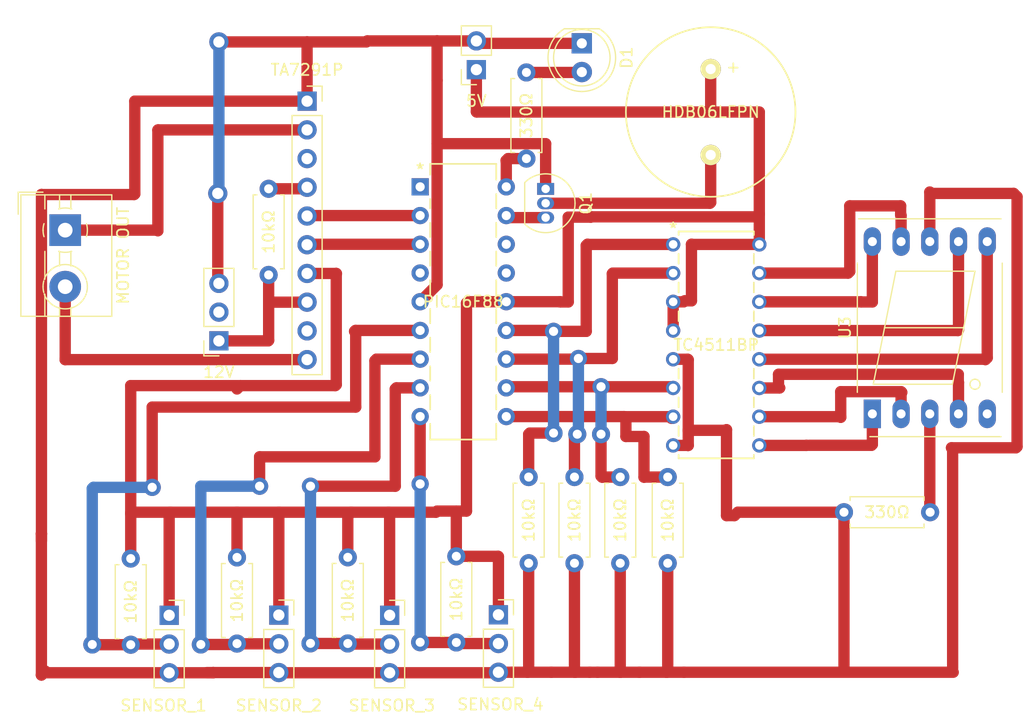
<source format=kicad_pcb>
(kicad_pcb (version 20240108) (generator "pcbnew") (generator_version "8.0")
  (layers (0 "F.Cu" signal) (31 "B.Cu" signal) (34 "B.Paste" user) (35 "F.Paste" user) (36 "B.SilkS" user "B.Silkscreen") (37 "F.SilkS" user "F.Silkscreen") (38 "B.Mask" user) (39 "F.Mask" user) (44 "Edge.Cuts" user))
  (net 0 "")
  (net 1 "5V")
  (net 2 "GND")
  (net 3 "12V")
  (net 5 "Net-(U2-ResistanceV)")
  (net 8 "Net-(D1-A)")
  (net 10 "in_D")
  (net 11 "in_A")
  (net 14 "F")
  (net 15 "G")
  (net 16 "C")
  (net 17 "sensor4")
  (net 18 "OUT1")
  (net 19 "OUT2")
  (net 20 "LED_OUT")
  (net 21 "sensor1")
  (net 23 "sensor2")
  (net 24 "sensor3")
  (net 25 "B")
  (net 26 "in_C")
  (net 27 "A")
  (net 28 "D")
  (net 29 "E")
  (net 30 "in_B")
  (net 31 "Net-(J7-Pin_1)")
  (net 32 "buzz_in")
  (net 33 "DP")
  (net 34 "Net-(U1-C1OUT{slash}Vref+{slash}AN3{slash}RA3)")
  (net 35 "Net-(R5-Pad2)")
  (net 36 "Net-(U1-C2OUT{slash}T0CKI{slash}AN4{slash}RA4)")
  (footprint "Package_TO_SOT_THT:TO-92_Inline" (layer "F.Cu") (at 96.1 95.1 -90)
    (property "Reference" "Q1" (at 1.27 -3.56 90) (layer "F.SilkS"))
    (property "Value" "2SC1815")
    (pad "1" thru_hole rect (at 0 0 270) (size 1.05 1.5) (drill 0.75) (layers "*.Cu" "*.Mask") (net 2 "GND"))
    (pad "2" thru_hole oval (at 1.27 0 270) (size 1.05 1.5) (drill 0.75) (layers "*.Cu" "*.Mask") (net 31 "Net-(J7-Pin_1)"))
    (pad "3" thru_hole oval (at 2.54 0 270) (size 1.05 1.5) (drill 0.75) (layers "*.Cu" "*.Mask") (net 32 "buzz_in"))
  )
  (footprint "" (layer "F.Cu") (at 101 116.8)
    (property "Reference" "" (at 0 0 0) (layer "F.SilkS") (effects (font (size 1.27 1.27))))
    (property "Value" "")
    (pad "2" thru_hole oval (at 0 0 90) (size 1.6 1.6) (drill 0.8) (layers "*.Cu" "*.Mask") (net 10 "in_D"))
  )
  (footprint "" (layer "F.Cu") (at 67.2 82.1)
    (property "Reference" "" (at 0 0 0) (layer "F.SilkS") (effects (font (size 1.27 1.27))))
    (property "Value" "")
    (pad "3" thru_hole oval (at 0 0 180) (size 1.7 1.7) (drill 1) (layers "*.Cu" "*.Mask") (net 2 "GND"))
  )
  (footprint "Display_7Segment:7SegmentLED_LTS6760_LTS6780" (layer "F.Cu") (at 125 115 90)
    (property "Reference" "U3" (at 7.62 -2.42 90) (layer "F.SilkS"))
    (property "Value" "SM420561N")
    (pad "1" thru_hole rect (at 0 0) (size 1.524 2.524) (drill 0.8) (layers "*.Cu" "*.Mask") (net 29 "E"))
    (pad "2" thru_hole oval (at 0 2.54) (size 1.524 2.524) (drill 0.8) (layers "*.Cu" "*.Mask") (net 28 "D"))
    (pad "3" thru_hole oval (at 0 5.08) (size 1.524 2.524) (drill 0.8) (layers "*.Cu" "*.Mask") (net 35 "Net-(R5-Pad2)"))
    (pad "4" thru_hole oval (at 0 7.62) (size 1.524 2.524) (drill 0.8) (layers "*.Cu" "*.Mask") (net 16 "C"))
    (pad "5" thru_hole oval (at 0 10.16) (size 1.524 2.524) (drill 0.8) (layers "*.Cu" "*.Mask") (net 33 "DP"))
    (pad "6" thru_hole oval (at 15.24 10.16) (size 1.524 2.524) (drill 0.8) (layers "*.Cu" "*.Mask") (net 25 "B"))
    (pad "7" thru_hole oval (at 15.24 7.62) (size 1.524 2.524) (drill 0.8) (layers "*.Cu" "*.Mask") (net 27 "A"))
    (pad "8" thru_hole oval (at 15.24 5.08) (size 1.524 2.524) (drill 0.8) (layers "*.Cu" "*.Mask") (net 2 "GND"))
    (pad "9" thru_hole oval (at 15.24 2.54) (size 1.524 2.524) (drill 0.8) (layers "*.Cu" "*.Mask") (net 14 "F"))
    (pad "10" thru_hole oval (at 15.24 0) (size 1.524 2.524) (drill 0.8) (layers "*.Cu" "*.Mask") (net 15 "G"))
  )
  (footprint "" (layer "F.Cu") (at 56 135.4)
    (property "Reference" "" (at 0 0 0) (layer "F.SilkS") (effects (font (size 1.27 1.27))))
    (property "Value" "")
    (pad "2" thru_hole oval (at 0 0 270) (size 1.6 1.6) (drill 0.8) (layers "*.Cu" "*.Mask") (net 17 "sensor4"))
  )
  (footprint "Resistor_THT:R_Axial_DIN0207_L6.3mm_D2.5mm_P7.62mm_Horizontal" (layer "F.Cu") (at 68.8 127.7 -90)
    (property "Reference" "R2" (hide yes))
    (property "Value" "10k")
    (pad "1" thru_hole circle (at 0 0 270) (size 1.6 1.6) (drill 0.8) (layers "*.Cu" "*.Mask") (net 1 "5V"))
    (pad "2" thru_hole oval (at 7.62 0 270) (size 1.6 1.6) (drill 0.8) (layers "*.Cu" "*.Mask") (net 21 "sensor1"))
  )
  (footprint "Connector_PinSocket_2.54mm:PinSocket_1x02_P2.54mm_Vertical" (layer "F.Cu") (at 89.975 84.55 180)
    (property "Reference" "5V" (at 0 -2.77 0) (layer "F.SilkS"))
    (property "Value" "5V in")
    (pad "1" thru_hole rect (at 0 0 180) (size 1.7 1.7) (drill 1) (layers "*.Cu" "*.Mask") (net 1 "5V"))
    (pad "2" thru_hole oval (at 0 2.54 180) (size 1.7 1.7) (drill 1) (layers "*.Cu" "*.Mask") (net 2 "GND"))
  )
  (footprint "Resistor_THT:R_Axial_DIN0207_L6.3mm_D2.5mm_P7.62mm_Horizontal" (layer "F.Cu") (at 98.65 128.21 90)
    (property "Reference" "R8" (hide yes))
    (property "Value" "10k")
    (pad "1" thru_hole circle (at 0 0 90) (size 1.6 1.6) (drill 0.8) (layers "*.Cu" "*.Mask") (net 2 "GND"))
    (pad "2" thru_hole oval (at 7.62 0 90) (size 1.6 1.6) (drill 0.8) (layers "*.Cu" "*.Mask") (net 26 "in_C"))
  )
  (footprint "Connector_PinSocket_2.54mm:PinSocket_1x03_P2.54mm_Vertical" (layer "F.Cu") (at 67.2 108.54 180)
    (property "Reference" "12V" (at 0 -2.77 0) (layer "F.SilkS"))
    (property "Value" "12V in")
    (pad "1" thru_hole rect (at 0 0 180) (size 1.7 1.7) (drill 1) (layers "*.Cu" "*.Mask") (net 3 "12V"))
    (pad "2" thru_hole oval (at 0 2.54 180) (size 1.7 1.7) (drill 1) (layers "*.Cu" "*.Mask"))
    (pad "3" thru_hole oval (at 0 5.08 180) (size 1.7 1.7) (drill 1) (layers "*.Cu" "*.Mask") (net 2 "GND"))
  )
  (footprint "PIC:PDIP18_300MC_MCH" (layer "F.Cu") (at 85 94.92)
    (property "Reference" "PIC16F88" (at 3.81 10.16 0) (layer "F.SilkS"))
    (property "Value" "PIC16F88-IP")
    (fp_text user "*" (at 0 -1.524 0) (layer "F.SilkS"))
    (fp_text user "*" (at 0 -1.524 0) (layer "F.SilkS"))
    (pad "1" thru_hole rect (at 0 0) (size 1.524 1.524) (drill 0.8128) (layers "*.Cu" "*.Mask"))
    (pad "2" thru_hole circle (at 0 2.54) (size 1.524 1.524) (drill 0.8128) (layers "*.Cu" "*.Mask") (net 34 "Net-(U1-C1OUT{slash}Vref+{slash}AN3{slash}RA3)"))
    (pad "3" thru_hole circle (at 0 5.08) (size 1.524 1.524) (drill 0.8128) (layers "*.Cu" "*.Mask") (net 36 "Net-(U1-C2OUT{slash}T0CKI{slash}AN4{slash}RA4)"))
    (pad "4" thru_hole circle (at 0 7.62) (size 1.524 1.524) (drill 0.8128) (layers "*.Cu" "*.Mask"))
    (pad "5" thru_hole circle (at 0 10.16) (size 1.524 1.524) (drill 0.8128) (layers "*.Cu" "*.Mask") (net 2 "GND"))
    (pad "6" thru_hole circle (at 0 12.7) (size 1.524 1.524) (drill 0.8128) (layers "*.Cu" "*.Mask") (net 17 "sensor4"))
    (pad "7" thru_hole circle (at 0 15.24) (size 1.524 1.524) (drill 0.8128) (layers "*.Cu" "*.Mask") (net 21 "sensor1"))
    (pad "8" thru_hole circle (at 0 17.78) (size 1.524 1.524) (drill 0.8128) (layers "*.Cu" "*.Mask") (net 23 "sensor2"))
    (pad "9" thru_hole circle (at 0 20.32) (size 1.524 1.524) (drill 0.8128) (layers "*.Cu" "*.Mask") (net 24 "sensor3"))
    (pad "10" thru_hole circle (at 7.62 20.32) (size 1.524 1.524) (drill 0.8128) (layers "*.Cu" "*.Mask") (net 11 "in_A"))
    (pad "11" thru_hole circle (at 7.62 17.78) (size 1.524 1.524) (drill 0.8128) (layers "*.Cu" "*.Mask") (net 10 "in_D"))
    (pad "12" thru_hole circle (at 7.62 15.24) (size 1.524 1.524) (drill 0.8128) (layers "*.Cu" "*.Mask") (net 26 "in_C"))
    (pad "13" thru_hole circle (at 7.62 12.7) (size 1.524 1.524) (drill 0.8128) (layers "*.Cu" "*.Mask") (net 30 "in_B"))
    (pad "14" thru_hole circle (at 7.62 10.16) (size 1.524 1.524) (drill 0.8128) (layers "*.Cu" "*.Mask") (net 1 "5V"))
    (pad "15" thru_hole circle (at 7.62 7.62) (size 1.524 1.524) (drill 0.8128) (layers "*.Cu" "*.Mask"))
    (pad "16" thru_hole circle (at 7.62 5.08) (size 1.524 1.524) (drill 0.8128) (layers "*.Cu" "*.Mask"))
    (pad "17" thru_hole circle (at 7.62 2.54) (size 1.524 1.524) (drill 0.8128) (layers "*.Cu" "*.Mask") (net 32 "buzz_in"))
    (pad "18" thru_hole circle (at 7.62 0) (size 1.524 1.524) (drill 0.8128) (layers "*.Cu" "*.Mask") (net 20 "LED_OUT"))
  )
  (footprint "" (layer "F.Cu") (at 99 110.1)
    (property "Reference" "" (at 0 0 0) (layer "F.SilkS") (effects (font (size 1.27 1.27))))
    (property "Value" "")
    (pad "12" thru_hole circle (at 0 0) (size 1.524 1.524) (drill 0.8128) (layers "*.Cu" "*.Mask") (net 26 "in_C"))
  )
  (footprint "Connector_PinSocket_2.54mm:PinSocket_1x03_P2.54mm_Vertical" (layer "F.Cu") (at 72.5 132.8)
    (property "Reference" "J2" (hide yes))
    (property "Value" "sensor1")
    (pad "1" thru_hole rect (at 0 0) (size 1.7 1.7) (drill 1) (layers "*.Cu" "*.Mask") (net 1 "5V"))
    (pad "2" thru_hole oval (at 0 2.54) (size 1.7 1.7) (drill 1) (layers "*.Cu" "*.Mask") (net 21 "sensor1"))
    (pad "3" thru_hole oval (at 0 5.08) (size 1.7 1.7) (drill 1) (layers "*.Cu" "*.Mask") (net 2 "GND"))
  )
  (footprint "Resistor_THT:R_Axial_DIN0207_L6.3mm_D2.5mm_P7.62mm_Horizontal" (layer "F.Cu") (at 71.6 95.09 -90)
    (property "Reference" "10kΩ" (at 3.81 0 90) (layer "F.SilkS"))
    (property "Value" "10k")
    (pad "1" thru_hole circle (at 0 0 270) (size 1.6 1.6) (drill 0.8) (layers "*.Cu" "*.Mask") (net 5 "Net-(U2-ResistanceV)"))
    (pad "2" thru_hole oval (at 7.62 0 270) (size 1.6 1.6) (drill 0.8) (layers "*.Cu" "*.Mask") (net 3 "12V"))
  )
  (footprint "Resistor_THT:R_Axial_DIN0207_L6.3mm_D2.5mm_P7.62mm_Horizontal" (layer "F.Cu") (at 106.9 128.21 90)
    (property "Reference" "R6" (hide yes))
    (property "Value" "10k")
    (pad "1" thru_hole circle (at 0 0 90) (size 1.6 1.6) (drill 0.8) (layers "*.Cu" "*.Mask") (net 2 "GND"))
    (pad "2" thru_hole oval (at 7.62 0 90) (size 1.6 1.6) (drill 0.8) (layers "*.Cu" "*.Mask") (net 11 "in_A"))
  )
  (footprint "michy:HDB06LFPN" (layer "F.Cu") (at 110.7 88.3)
    (property "Reference" "HDB06LFPN" (at 0 0 0) (layer "F.SilkS"))
    (property "Value" "Conn_01x02_Socket" (hide yes))
    (fp_text user "+" (at 2 -4 0) (layer "F.SilkS"))
    (pad "1" thru_hole circle (at 0 3.8) (size 1.8 1.8) (drill 0.9) (layers "*.Cu" "*.Mask" "F.SilkS") (net 31 "Net-(J7-Pin_1)"))
    (pad "2" thru_hole circle (at 0 -3.8) (size 1.8 1.8) (drill 0.9) (layers "*.Cu" "*.Mask" "F.SilkS") (net 1 "5V"))
  )
  (footprint "" (layer "F.Cu") (at 61.3 121.5)
    (property "Reference" "" (at 0 0 0) (layer "F.SilkS") (effects (font (size 1.27 1.27))))
    (property "Value" "")
    (pad "6" thru_hole circle (at 0 0) (size 1.524 1.524) (drill 0.8128) (layers "*.Cu" "*.Mask") (net 17 "sensor4"))
  )
  (footprint "" (layer "F.Cu") (at 85 121.2)
    (property "Reference" "" (at 0 0 0) (layer "F.SilkS") (effects (font (size 1.27 1.27))))
    (property "Value" "")
    (pad "9" thru_hole circle (at 0 0) (size 1.524 1.524) (drill 0.8128) (layers "*.Cu" "*.Mask") (net 24 "sensor3"))
  )
  (footprint "TC4511BP:DIP16" (layer "F.Cu") (at 107.38 100.01)
    (property "Reference" "TC4511BP" (at 3.81 8.89 0) (layer "F.SilkS"))
    (property "Value" "TC4511BP")
    (fp_text user "*" (at 0 -1.397 0) (layer "F.SilkS"))
    (fp_text user "*" (at 0 -1.397 0) (layer "F.SilkS"))
    (pad "1" thru_hole circle (at 0 0) (size 1.27 1.27) (drill 0.762) (layers "*.Cu" "*.Mask") (net 30 "in_B"))
    (pad "2" thru_hole circle (at 0 2.54) (size 1.27 1.27) (drill 0.762) (layers "*.Cu" "*.Mask") (net 26 "in_C"))
    (pad "3" thru_hole circle (at 0 5.08) (size 1.27 1.27) (drill 0.762) (layers "*.Cu" "*.Mask") (net 1 "5V"))
    (pad "4" thru_hole circle (at 0 7.62) (size 1.27 1.27) (drill 0.762) (layers "*.Cu" "*.Mask") (net 1 "5V"))
    (pad "5" thru_hole circle (at 0 10.16) (size 1.27 1.27) (drill 0.762) (layers "*.Cu" "*.Mask") (net 2 "GND"))
    (pad "6" thru_hole circle (at 0 12.7) (size 1.27 1.27) (drill 0.762) (layers "*.Cu" "*.Mask") (net 10 "in_D"))
    (pad "7" thru_hole circle (at 0 15.24) (size 1.27 1.27) (drill 0.762) (layers "*.Cu" "*.Mask") (net 11 "in_A"))
    (pad "8" thru_hole circle (at 0 17.78) (size 1.27 1.27) (drill 0.762) (layers "*.Cu" "*.Mask") (net 2 "GND"))
    (pad "9" thru_hole circle (at 7.62 17.78) (size 1.27 1.27) (drill 0.762) (layers "*.Cu" "*.Mask") (net 29 "E"))
    (pad "10" thru_hole circle (at 7.62 15.24) (size 1.27 1.27) (drill 0.762) (layers "*.Cu" "*.Mask") (net 28 "D"))
    (pad "11" thru_hole circle (at 7.62 12.7) (size 1.27 1.27) (drill 0.762) (layers "*.Cu" "*.Mask") (net 16 "C"))
    (pad "12" thru_hole circle (at 7.62 10.16) (size 1.27 1.27) (drill 0.762) (layers "*.Cu" "*.Mask") (net 25 "B"))
    (pad "13" thru_hole circle (at 7.62 7.62) (size 1.27 1.27) (drill 0.762) (layers "*.Cu" "*.Mask") (net 27 "A"))
    (pad "14" thru_hole circle (at 7.62 5.08) (size 1.27 1.27) (drill 0.762) (layers "*.Cu" "*.Mask") (net 15 "G"))
    (pad "15" thru_hole circle (at 7.62 2.54) (size 1.27 1.27) (drill 0.762) (layers "*.Cu" "*.Mask") (net 14 "F"))
    (pad "16" thru_hole circle (at 7.62 0) (size 1.27 1.27) (drill 0.762) (layers "*.Cu" "*.Mask") (net 1 "5V"))
  )
  (footprint "Resistor_THT:R_Axial_DIN0207_L6.3mm_D2.5mm_P7.62mm_Horizontal" (layer "F.Cu") (at 78.6 127.69 -90)
    (property "Reference" "R3" (hide yes))
    (property "Value" "10k")
    (pad "1" thru_hole circle (at 0 0 270) (size 1.6 1.6) (drill 0.8) (layers "*.Cu" "*.Mask") (net 1 "5V"))
    (pad "2" thru_hole oval (at 7.62 0 270) (size 1.6 1.6) (drill 0.8) (layers "*.Cu" "*.Mask") (net 23 "sensor2"))
  )
  (footprint "" (layer "F.Cu") (at 96.8 116.7)
    (property "Reference" "" (at 0 0 0) (layer "F.SilkS") (effects (font (size 1.27 1.27))))
    (property "Value" "")
    (pad "2" thru_hole oval (at 0 0 90) (size 1.6 1.6) (drill 0.8) (layers "*.Cu" "*.Mask") (net 30 "in_B"))
  )
  (footprint "" (layer "F.Cu") (at 70.8 121.4)
    (property "Reference" "" (at 0 0 0) (layer "F.SilkS") (effects (font (size 1.27 1.27))))
    (property "Value" "")
    (pad "7" thru_hole circle (at 0 0) (size 1.524 1.524) (drill 0.8128) (layers "*.Cu" "*.Mask") (net 21 "sensor1"))
  )
  (footprint "" (layer "F.Cu") (at 96.8 107.7)
    (property "Reference" "" (at 0 0 0) (layer "F.SilkS") (effects (font (size 1.27 1.27))))
    (property "Value" "")
    (pad "13" thru_hole circle (at 0 0) (size 1.524 1.524) (drill 0.8128) (layers "*.Cu" "*.Mask") (net 30 "in_B"))
  )
  (footprint "Connector_PinSocket_2.54mm:PinSocket_1x10_P2.54mm_Vertical" (layer "F.Cu") (at 75 87.34)
    (property "Reference" "TA7291P" (at 0 -2.77 0) (layer "F.SilkS"))
    (property "Value" "~" (hide yes))
    (pad "1" thru_hole rect (at 0 0) (size 1.7 1.7) (drill 1) (layers "*.Cu" "*.Mask") (net 2 "GND"))
    (pad "2" thru_hole oval (at 0 2.54) (size 1.7 1.7) (drill 1) (layers "*.Cu" "*.Mask") (net 18 "OUT1"))
    (pad "3" thru_hole oval (at 0 5.08) (size 1.7 1.7) (drill 1) (layers "*.Cu" "*.Mask"))
    (pad "4" thru_hole oval (at 0 7.62) (size 1.7 1.7) (drill 1) (layers "*.Cu" "*.Mask") (net 5 "Net-(U2-ResistanceV)"))
    (pad "5" thru_hole oval (at 0 10.16) (size 1.7 1.7) (drill 1) (layers "*.Cu" "*.Mask") (net 34 "Net-(U1-C1OUT{slash}Vref+{slash}AN3{slash}RA3)"))
    (pad "6" thru_hole oval (at 0 12.7) (size 1.7 1.7) (drill 1) (layers "*.Cu" "*.Mask") (net 36 "Net-(U1-C2OUT{slash}T0CKI{slash}AN4{slash}RA4)"))
    (pad "7" thru_hole oval (at 0 15.24) (size 1.7 1.7) (drill 1) (layers "*.Cu" "*.Mask") (net 1 "5V"))
    (pad "8" thru_hole oval (at 0 17.78) (size 1.7 1.7) (drill 1) (layers "*.Cu" "*.Mask") (net 3 "12V"))
    (pad "9" thru_hole oval (at 0 20.32) (size 1.7 1.7) (drill 1) (layers "*.Cu" "*.Mask"))
    (pad "10" thru_hole oval (at 0 22.86) (size 1.7 1.7) (drill 1) (layers "*.Cu" "*.Mask") (net 19 "OUT2"))
  )
  (footprint "Resistor_THT:R_Axial_DIN0207_L6.3mm_D2.5mm_P7.62mm_Horizontal" (layer "F.Cu") (at 102.7 128.21 90)
    (property "Reference" "R9" (hide yes))
    (property "Value" "10k")
    (pad "1" thru_hole circle (at 0 0 90) (size 1.6 1.6) (drill 0.8) (layers "*.Cu" "*.Mask") (net 2 "GND"))
    (pad "2" thru_hole oval (at 7.62 0 90) (size 1.6 1.6) (drill 0.8) (layers "*.Cu" "*.Mask") (net 10 "in_D"))
  )
  (footprint "" (layer "F.Cu") (at 85 135.2)
    (property "Reference" "" (at 0 0 0) (layer "F.SilkS") (effects (font (size 1.27 1.27))))
    (property "Value" "")
    (pad "2" thru_hole oval (at 0 0 270) (size 1.6 1.6) (drill 0.8) (layers "*.Cu" "*.Mask") (net 24 "sensor3"))
  )
  (footprint "Resistor_THT:R_Axial_DIN0207_L6.3mm_D2.5mm_P7.62mm_Horizontal" (layer "F.Cu") (at 88.2 127.6 -90)
    (property "Reference" "R4" (hide yes))
    (property "Value" "10k")
    (pad "1" thru_hole circle (at 0 0 270) (size 1.6 1.6) (drill 0.8) (layers "*.Cu" "*.Mask") (net 1 "5V"))
    (pad "2" thru_hole oval (at 7.62 0 270) (size 1.6 1.6) (drill 0.8) (layers "*.Cu" "*.Mask") (net 24 "sensor3"))
  )
  (footprint "Resistor_THT:R_Axial_DIN0207_L6.3mm_D2.5mm_P7.62mm_Horizontal" (layer "F.Cu") (at 59.4 127.8 -90)
    (property "Reference" "10kΩ" (at 3.81 0 90) (layer "F.SilkS"))
    (property "Value" "10k")
    (pad "1" thru_hole circle (at 0 0 270) (size 1.6 1.6) (drill 0.8) (layers "*.Cu" "*.Mask") (net 1 "5V"))
    (pad "2" thru_hole oval (at 7.62 0 270) (size 1.6 1.6) (drill 0.8) (layers "*.Cu" "*.Mask") (net 17 "sensor4"))
  )
  (footprint "Resistor_THT:R_Axial_DIN0207_L6.3mm_D2.5mm_P7.62mm_Horizontal" (layer "F.Cu") (at 94.6 128.21 90)
    (property "Reference" "10kΩ" (at 3.81 0 90) (layer "F.SilkS"))
    (property "Value" "10k")
    (pad "1" thru_hole circle (at 0 0 90) (size 1.6 1.6) (drill 0.8) (layers "*.Cu" "*.Mask") (net 2 "GND"))
    (pad "2" thru_hole oval (at 7.62 0 90) (size 1.6 1.6) (drill 0.8) (layers "*.Cu" "*.Mask") (net 30 "in_B"))
  )
  (footprint "" (layer "F.Cu") (at 98.9 116.8)
    (property "Reference" "" (at 0 0 0) (layer "F.SilkS") (effects (font (size 1.27 1.27))))
    (property "Value" "")
    (pad "2" thru_hole oval (at 0 0 90) (size 1.6 1.6) (drill 0.8) (layers "*.Cu" "*.Mask") (net 26 "in_C"))
  )
  (footprint "" (layer "F.Cu") (at 65.6 135.4)
    (property "Reference" "" (at 0 0 0) (layer "F.SilkS") (effects (font (size 1.27 1.27))))
    (property "Value" "")
    (pad "2" thru_hole oval (at 0 0 270) (size 1.6 1.6) (drill 0.8) (layers "*.Cu" "*.Mask") (net 21 "sensor1"))
  )
  (footprint "" (layer "F.Cu") (at 101 112.6)
    (property "Reference" "" (at 0 0 0) (layer "F.SilkS") (effects (font (size 1.27 1.27))))
    (property "Value" "")
    (pad "11" thru_hole circle (at 0 0) (size 1.524 1.524) (drill 0.8128) (layers "*.Cu" "*.Mask") (net 10 "in_D"))
  )
  (footprint "TerminalBlock:TerminalBlock_MaiXu_MX126-5.0-02P_1x02_P5.00mm" (layer "F.Cu") (at 53.605 98.75 -90)
    (property "Reference" "MOTOR OUT" (at 2.25 -5.12 90) (layer "F.SilkS"))
    (property "Value" "Motor")
    (pad "1" thru_hole rect (at 0 0 270) (size 2.8 2.8) (drill 1.3) (layers "*.Cu" "*.Mask") (net 18 "OUT1"))
    (pad "2" thru_hole circle (at 5 0 270) (size 2.8 2.8) (drill 1.3) (layers "*.Cu" "*.Mask") (net 19 "OUT2"))
  )
  (footprint "Connector_PinSocket_2.54mm:PinSocket_1x03_P2.54mm_Vertical" (layer "F.Cu") (at 82.3 132.82)
    (property "Reference" "J5" (hide yes))
    (property "Value" "sensor2")
    (pad "1" thru_hole rect (at 0 0) (size 1.7 1.7) (drill 1) (layers "*.Cu" "*.Mask") (net 1 "5V"))
    (pad "2" thru_hole oval (at 0 2.54) (size 1.7 1.7) (drill 1) (layers "*.Cu" "*.Mask") (net 23 "sensor2"))
    (pad "3" thru_hole oval (at 0 5.08) (size 1.7 1.7) (drill 1) (layers "*.Cu" "*.Mask") (net 2 "GND"))
  )
  (footprint "LED_THT:LED_D5.0mm" (layer "F.Cu") (at 99.3 82.225 -90)
    (property "Reference" "D1" (at 1.27 -3.96 90) (layer "F.SilkS"))
    (property "Value" "LED")
    (pad "1" thru_hole rect (at 0 0 270) (size 1.8 1.8) (drill 0.9) (layers "*.Cu" "*.Mask") (net 2 "GND"))
    (pad "2" thru_hole circle (at 2.54 0 270) (size 1.8 1.8) (drill 0.9) (layers "*.Cu" "*.Mask") (net 8 "Net-(D1-A)"))
  )
  (footprint "" (layer "F.Cu") (at 75.3 135.3)
    (property "Reference" "" (at 0 0 0) (layer "F.SilkS") (effects (font (size 1.27 1.27))))
    (property "Value" "")
    (pad "2" thru_hole oval (at 0 0 270) (size 1.6 1.6) (drill 0.8) (layers "*.Cu" "*.Mask") (net 23 "sensor2"))
  )
  (footprint "" (layer "F.Cu") (at 75.3 121.4)
    (property "Reference" "" (at 0 0 0) (layer "F.SilkS") (effects (font (size 1.27 1.27))))
    (property "Value" "")
    (pad "8" thru_hole circle (at 0 0) (size 1.524 1.524) (drill 0.8128) (layers "*.Cu" "*.Mask") (net 23 "sensor2"))
  )
  (footprint "Connector_PinSocket_2.54mm:PinSocket_1x03_P2.54mm_Vertical" (layer "F.Cu") (at 91.925 132.775)
    (property "Reference" "J6" (hide yes))
    (property "Value" "sensor3")
    (pad "1" thru_hole rect (at 0 0) (size 1.7 1.7) (drill 1) (layers "*.Cu" "*.Mask") (net 1 "5V"))
    (pad "2" thru_hole oval (at 0 2.54) (size 1.7 1.7) (drill 1) (layers "*.Cu" "*.Mask") (net 24 "sensor3"))
    (pad "3" thru_hole oval (at 0 5.08) (size 1.7 1.7) (drill 1) (layers "*.Cu" "*.Mask") (net 2 "GND"))
  )
  (footprint "Resistor_THT:R_Axial_DIN0207_L6.3mm_D2.5mm_P7.62mm_Horizontal" (layer "F.Cu") (at 94.4 84.8 -90)
    (property "Reference" "330Ω" (at 3.81 0 90) (layer "F.SilkS"))
    (property "Value" "330")
    (pad "1" thru_hole circle (at 0 0 270) (size 1.6 1.6) (drill 0.8) (layers "*.Cu" "*.Mask") (net 8 "Net-(D1-A)"))
    (pad "2" thru_hole oval (at 7.62 0 270) (size 1.6 1.6) (drill 0.8) (layers "*.Cu" "*.Mask") (net 20 "LED_OUT"))
  )
  (footprint "Connector_PinSocket_2.54mm:PinSocket_1x03_P2.54mm_Vertical" (layer "F.Cu") (at 62.8 132.82)
    (property "Reference" "J8" (hide yes))
    (property "Value" "sensor4")
    (pad "1" thru_hole rect (at 0 0) (size 1.7 1.7) (drill 1) (layers "*.Cu" "*.Mask") (net 1 "5V"))
    (pad "2" thru_hole oval (at 0 2.54) (size 1.7 1.7) (drill 1) (layers "*.Cu" "*.Mask") (net 17 "sensor4"))
    (pad "3" thru_hole oval (at 0 5.08) (size 1.7 1.7) (drill 1) (layers "*.Cu" "*.Mask") (net 2 "GND"))
  )
  (footprint "Resistor_THT:R_Axial_DIN0207_L6.3mm_D2.5mm_P7.62mm_Horizontal" (layer "F.Cu") (at 122.49 123.7)
    (property "Reference" "R5" (hide yes))
    (property "Value" "330")
    (pad "1" thru_hole circle (at 0 0) (size 1.6 1.6) (drill 0.8) (layers "*.Cu" "*.Mask") (net 2 "GND"))
    (pad "2" thru_hole oval (at 7.62 0) (size 1.6 1.6) (drill 0.8) (layers "*.Cu" "*.Mask") (net 35 "Net-(R5-Pad2)"))
  )
  (footprint "" (layer "F.Cu") (at 67.1 95.5)
    (property "Reference" "" (at 0 0 0) (layer "F.SilkS") (effects (font (size 1.27 1.27))))
    (property "Value" "")
    (pad "3" thru_hole oval (at 0 0 180) (size 1.7 1.7) (drill 1) (layers "*.Cu" "*.Mask") (net 2 "GND"))
  )
  (gr_text "10kΩ" (at 106.9 124.4 90) (layer "F.SilkS") (effects (font (size 1 1))))
  (gr_text "SENSOR_3" (at 82.5 140.8 0) (layer "F.SilkS") (effects (font (size 1 1))))
  (gr_text "SENSOR_2" (at 72.5 140.8 0) (layer "F.SilkS") (effects (font (size 1 1))))
  (gr_text "10kΩ" (at 78.6 131.5 90) (layer "F.SilkS") (effects (font (size 1 1))))
  (gr_text "330Ω" (at 126.3 123.7 0) (layer "F.SilkS") (effects (font (size 1 1))))
  (gr_text "10kΩ" (at 102.7 124.4 90) (layer "F.SilkS") (effects (font (size 1 1))))
  (gr_text "10kΩ" (at 68.8 131.51 90) (layer "F.SilkS") (effects (font (size 1 1))))
  (gr_text "10kΩ" (at 88.2 131.41 90) (layer "F.SilkS") (effects (font (size 1 1))))
  (gr_text "10kΩ" (at 98.65 124.4 90) (layer "F.SilkS") (effects (font (size 1 1))))
  (gr_text "SENSOR_1" (at 62.3 140.8 0) (layer "F.SilkS") (effects (font (size 1 1))))
  (gr_text "SENSOR_4" (at 92.1 140.7 0) (layer "F.SilkS") (effects (font (size 1 1))))
  (segment (start 115 100.01) (end 109.01 100.01) (width 1) (layer "F.Cu") (net 1))
  (segment (start 91.925 127.625) (end 91.9 127.6) (width 1) (layer "F.Cu") (net 1))
  (segment (start 115 88.3) (end 110.7 88.3) (width 1) (layer "F.Cu") (net 1))
  (segment (start 110.7 88.3) (end 90 88.3) (width 1) (layer "F.Cu") (net 1))
  (segment (start 77.5 112.5) (end 69.1 112.5) (width 1) (layer "F.Cu") (net 1))
  (segment (start 109 100) (end 109 105) (width 1) (layer "F.Cu") (net 1))
  (segment (start 88.2 127.6) (end 88.2 123.6) (width 1) (layer "F.Cu") (net 1))
  (segment (start 89.975 88.275) (end 89.975 84.55) (width 1) (layer "F.Cu") (net 1))
  (segment (start 82.3 123.8) (end 82.2 123.7) (width 1) (layer "F.Cu") (net 1))
  (segment (start 69.1 112.5) (end 68.8 112.8) (width 1) (layer "F.Cu") (net 1))
  (segment (start 78.6 127.69) (end 78.6 124) (width 1) (layer "F.Cu") (net 1))
  (segment (start 59.5 123.7) (end 59.4 123.8) (width 1) (layer "F.Cu") (net 1))
  (segment (start 59.4 123.8) (end 59.4 112.5) (width 1) (layer "F.Cu") (net 1))
  (segment (start 88.2 123.6) (end 86.5 123.6) (width 1) (layer "F.Cu") (net 1))
  (segment (start 109.01 100.01) (end 109 100) (width 1) (layer "F.Cu") (net 1))
  (segment (start 62.8 123.8) (end 62.9 123.7) (width 1) (layer "F.Cu") (net 1))
  (segment (start 97.38 105.08) (end 92.62 105.08) (width 1) (layer "F.Cu") (net 1))
  (segment (start 77.58 102.58) (end 77.58 112.42) (width 1) (layer "F.Cu") (net 1))
  (segment (start 68.8 123.7) (end 62.9 123.7) (width 1) (layer "F.Cu") (net 1))
  (segment (start 109 105) (end 108.4 105) (width 1) (layer "F.Cu") (net 1))
  (segment (start 62.8 132.82) (end 62.8 123.8) (width 1) (layer "F.Cu") (net 1))
  (segment (start 77.58 102.58) (end 77.6 102.6) (width 1) (layer "F.Cu") (net 1))
  (segment (start 89.1 123.6) (end 88.2 123.6) (width 1) (layer "F.Cu") (net 1))
  (segment (start 72.5 132.8) (end 72.5 123.7) (width 1) (layer "F.Cu") (net 1))
  (segment (start 82.3 132.82) (end 82.3 123.8) (width 1) (layer "F.Cu") (net 1))
  (segment (start 115 97.3) (end 115 88.3) (width 1) (layer "F.Cu") (net 1))
  (segment (start 72.5 123.7) (end 68.8 123.7) (width 1) (layer "F.Cu") (net 1))
  (segment (start 108.31 105.09) (end 107.38 105.09) (width 1) (layer "F.Cu") (net 1))
  (segment (start 77.58 112.42) (end 77.5 112.5) (width 1) (layer "F.Cu") (net 1))
  (segment (start 108.4 105) (end 108.31 105.09) (width 1) (layer "F.Cu") (net 1))
  (segment (start 100.13 97.57) (end 100.1 97.6) (width 1) (layer "F.Cu") (net 1))
  (segment (start 68.8 127.7) (end 68.8 123.7) (width 1) (layer "F.Cu") (net 1))
  (segment (start 89.22 105.08) (end 89.1 105.2) (width 1) (layer "F.Cu") (net 1))
  (segment (start 86.5 123.6) (end 86.4 123.7) (width 1) (layer "F.Cu") (net 1))
  (segment (start 91.925 132.775) (end 91.925 127.625) (width 1) (layer "F.Cu") (net 1))
  (segment (start 107.38 105.09) (end 107.38 107.63) (width 1) (layer "F.Cu") (net 1))
  (segment (start 62.9 123.7) (end 59.5 123.7) (width 1) (layer "F.Cu") (net 1))
  (segment (start 114.73 97.57) (end 115 97.3) (width 1) (layer "F.Cu") (net 1))
  (segment (start 90 88.3) (end 89.975 88.275) (width 1) (layer "F.Cu") (net 1))
  (segment (start 86.4 123.7) (end 82.2 123.7) (width 1) (layer "F.Cu") (net 1))
  (segment (start 115 100.01) (end 115 97.3) (width 1) (layer "F.Cu") (net 1))
  (segment (start 78.6 124) (end 78.9 123.7) (width 1) (layer "F.Cu") (net 1))
  (segment (start 89.1 105.2) (end 89.1 123.6) (width 1) (layer "F.Cu") (net 1))
  (segment (start 59.4 112.5) (end 69.1 112.5) (width 1) (layer "F.Cu") (net 1))
  (segment (start 100.13 97.57) (end 114.73 97.57) (width 1) (layer "F.Cu") (net 1))
  (segment (start 82.2 123.7) (end 78.9 123.7) (width 1) (layer "F.Cu") (net 1))
  (segment (start 98.1 105.1) (end 97.4 105.1) (width 1) (layer "F.Cu") (net 1))
  (segment (start 78.9 123.7) (end 72.5 123.7) (width 1) (layer "F.Cu") (net 1))
  (segment (start 92.62 105.08) (end 89.22 105.08) (width 1) (layer "F.Cu") (net 1))
  (segment (start 59.4 127.8) (end 59.4 123.8) (width 1) (layer "F.Cu") (net 1))
  (segment (start 91.508 132.358) (end 91.925 132.775) (width 0.3) (layer "F.Cu") (net 1))
  (segment (start 100.1 97.6) (end 98.1 97.6) (width 1) (layer "F.Cu") (net 1))
  (segment (start 107.37 105.08) (end 107.38 105.09) (width 1) (layer "F.Cu") (net 1))
  (segment (start 98.1 97.6) (end 98.1 105.1) (width 1) (layer "F.Cu") (net 1))
  (segment (start 110.7 84.5) (end 110.7 88.3) (width 1) (layer "F.Cu") (net 1))
  (segment (start 91.9 127.6) (end 88.2 127.6) (width 1) (layer "F.Cu") (net 1))
  (segment (start 97.4 105.1) (end 97.38 105.08) (width 1) (layer "F.Cu") (net 1))
  (segment (start 75 102.58) (end 77.58 102.58) (width 1) (layer "F.Cu") (net 1))
  (segment (start 75 87.34) (end 75 82.1) (width 1) (layer "F.Cu") (net 2))
  (segment (start 96.1 91.1) (end 96.1 95.1) (width 1) (layer "F.Cu") (net 2))
  (segment (start 104.4 137.855) (end 106.8 137.855) (width 1) (layer "F.Cu") (net 2))
  (segment (start 108.715 116.455) (end 112.045 116.455) (width 1) (layer "F.Cu") (net 2))
  (segment (start 98.7 137.855) (end 100 137.855) (width 1) (layer "F.Cu") (net 2))
  (segment (start 107.38 117.79) (end 108.69 117.79) (width 1) (layer "F.Cu") (net 2))
  (segment (start 91.88 137.9) (end 91.925 137.855) (width 1) (layer "F.Cu") (net 2))
  (segment (start 51.7 137.9) (end 51.5 138.1) (width 1) (layer "F.Cu") (net 2))
  (segment (start 132.1 118.1) (end 132 118) (width 1) (layer "F.Cu") (net 2))
  (segment (start 108.715 110.215) (end 108.67 110.17) (width 1) (layer "F.Cu") (net 2))
  (segment (start 106.9 137.755) (end 106.8 137.855) (width 1) (layer "F.Cu") (net 2))
  (segment (start 99.3 82.225) (end 90.19 82.225) (width 1) (layer "F.Cu") (net 2))
  (segment (start 82.3 137.9) (end 91.88 137.9) (width 1) (layer "F.Cu") (net 2))
  (segment (start 67.2 82.1) (end 75 82.1) (width 1) (layer "F.Cu") (net 2))
  (segment (start 59.76 95.54) (end 59.7 95.6) (width 1) (layer "F.Cu") (net 2))
  (segment (start 72.5 137.88) (end 66.7 137.88) (width 1) (layer "F.Cu") (net 2))
  (segment (start 108.715 117.785) (end 108.715 116.455) (width 1) (layer "F.Cu") (net 2))
  (segment (start 62.8 137.9) (end 66.68 137.9) (width 1) (layer "F.Cu") (net 2))
  (segment (start 137.5 95.5) (end 130.2 95.5) (width 1) (layer "F.Cu") (net 2))
  (segment (start 112.8 124) (end 113.1 123.7) (width 1) (layer "F.Cu") (net 2))
  (segment (start 112.1 124) (end 112.8 124) (width 1) (layer "F.Cu") (net 2))
  (segment (start 62.8 137.9) (end 51.7 137.9) (width 1) (layer "F.Cu") (net 2))
  (segment (start 66.68 137.9) (end 66.7 137.88) (width 1) (layer "F.Cu") (net 2))
  (segment (start 59.7 95.6) (end 51.51 95.6) (width 1) (layer "F.Cu") (net 2))
  (segment (start 112.1 116.4) (end 112.1 124) (width 1) (layer "F.Cu") (net 2))
  (segment (start 51.845 137.755) (end 51.5 138.1) (width 1) (layer "F.Cu") (net 2))
  (segment (start 51.5 138.1) (end 51.5 125.605) (width 1) (layer "F.Cu") (net 2))
  (segment (start 98.65 128.21) (end 98.65 137.805) (width 1) (layer "F.Cu") (net 2))
  (segment (start 100 137.855) (end 100.7 137.855) (width 1) (layer "F.Cu") (net 2))
  (segment (start 86.5 85.5) (end 86.5 82.01) (width 1) (layer "F.Cu") (net 2))
  (segment (start 91.925 137.855) (end 93.127081 137.855) (width 1) (layer "F.Cu") (net 2))
  (segment (start 86.5 85.5) (end 86.5 91.1) (width 1) (layer "F.Cu") (net 2))
  (segment (start 96.6 137.855) (end 98.7 137.855) (width 1) (layer "F.Cu") (net 2))
  (segment (start 108.69 117.79) (end 108.7 117.8) (width 1) (layer "F.Cu") (net 2))
  (segment (start 108.715 116.455) (end 108.715 110.215) (width 1) (layer "F.Cu") (net 2))
  (segment (start 72.52 137.9) (end 72.5 137.88) (width 1) (layer "F.Cu") (net 2))
  (segment (start 86.5 82.01) (end 80.33 82.01) (width 1) (layer "F.Cu") (net 2))
  (segment (start 91.825 137.755) (end 91.925 137.855) (width 1) (layer "F.Cu") (net 2))
  (segment (start 102.7 128.21) (end 102.7 137.855) (width 1) (layer "F.Cu") (net 2))
  (segment (start 100.7 137.855) (end 102.7 137.855) (width 1) (layer "F.Cu") (net 2))
  (segment (start 137.7 118) (end 137.8 117.9) (width 1) (layer "F.Cu") (net 2))
  (segment (start 106.8 137.855) (end 108.335 137.855) (width 1) (layer "F.Cu") (net 2))
  (segment (start 59.76 87.34) (end 75 87.34) (width 1) (layer "F.Cu") (net 2))
  (segment (start 112.045 116.455) (end 112.1 116.4) (width 1) (layer "F.Cu") (net 2))
  (segment (start 59.76 87.34) (end 59.76 95.54) (width 1) (layer "F.Cu") (net 2))
  (segment (start 108.7 117.8) (end 108.715 117.785) (width 1) (layer "F.Cu") (net 2))
  (segment (start 86.5 103.58) (end 85 105.08) (width 1) (layer "F.Cu") (net 2))
  (segment (start 108.67 110.17) (end 107.38 110.17) (width 1) (layer "F.Cu") (net 2))
  (segment (start 86.5 91.1) (end 96.1 91.1) (width 1) (layer "F.Cu") (net 2))
  (segment (start 51.505 125.6) (end 51.505 95.595) (width 1) (layer "F.Cu") (net 2))
  (segment (start 132 118) (end 137.7 118) (width 1) (layer "F.Cu") (net 2))
  (segment (start 93.127081 137.855) (end 94.5 137.855) (width 1) (layer "F.Cu") (net 2))
  (segment (start 113.1 123.7) (end 122.49 123.7) (width 1) (layer "F.Cu") (net 2))
  (segment (start 51.5 125.605) (end 51.505 125.6) (width 1) (layer "F.Cu") (net 2))
  (segment (start 51.505 126.236321) (end 51.505 125.6) (width 1) (layer "F.Cu") (net 2))
  (segment (start 94.5 137.855) (end 96.6 137.855) (width 1) (layer "F.Cu") (net 2))
  (segment (start 90.19 82.225) (end 89.975 82.01) (width 1) (layer "F.Cu") (net 2))
  (segment (start 122.49 123.7) (end 122.49 137.41) (width 1) (layer "F.Cu") (net 2))
  (segment (start 108.335 137.855) (end 132.155 137.855) (width 1) (layer "F.Cu") (net 2))
  (segment (start 94.6 128.21) (end 94.6 137.755) (width 1) (layer "F.Cu") (net 2))
  (segment (start 80.24 82.1) (end 80.33 82.01) (width 1) (layer "F.Cu") (net 2))
  (segment (start 137.8 95.8) (end 137.5 95.5) (width 1) (layer "F.Cu") (net 2))
  (segment (start 98.65 137.805) (end 98.7 137.855) (width 1) (layer "F.Cu") (net 2))
  (segment (start 130.2 95.5) (end 130.08 95.38) (width 1) (layer "F.Cu") (net 2))
  (segment (start 66.7 137.88) (end 66.15 137.88) (width 1) (layer "F.Cu") (net 2))
  (segment (start 137.8 117.9) (end 137.8 95.8) (width 1) (layer "F.Cu") (net 2))
  (segment (start 82.3 137.9) (end 72.52 137.9) (width 1) (layer "F.Cu") (net 2))
  (segment (start 86.5 91.1) (end 86.5 103.58) (width 1) (layer "F.Cu") (net 2))
  (segment (start 102.7 137.855) (end 104.4 137.855) (width 1) (layer "F.Cu") (net 2))
  (segment (start 106.9 128.21) (end 106.9 137.755) (width 1) (layer "F.Cu") (net 2))
  (segment (start 75 82.1) (end 80.24 82.1) (width 1) (layer "F.Cu") (net 2))
  (segment (start 132.1 137.5) (end 132.1 118.1) (width 1) (layer "F.Cu") (net 2))
  (segment (start 89.975 82.01) (end 86.5 82.01) (width 1) (layer "F.Cu") (net 2))
  (segment (start 51.51 95.6) (end 51.505 95.595) (width 1) (layer "F.Cu") (net 2))
  (segment (start 94.6 137.755) (end 94.5 137.855) (width 1) (layer "F.Cu") (net 2))
  (segment (start 67.1 103.36) (end 67.2 103.46) (width 1) (layer "F.Cu") (net 2))
  (segment (start 67.1 95.5) (end 67.1 103.36) (width 1) (layer "F.Cu") (net 2))
  (segment (start 130.08 95.38) (end 130.08 99.76) (width 1) (layer "F.Cu") (net 2))
  (segment (start 75 87.34) (end 75.26 87.34) (width 1) (layer "B.Cu") (net 2))
  (segment (start 67.2 95.4) (end 67.1 95.5) (width 1) (layer "B.Cu") (net 2))
  (segment (start 67 95.4) (end 67.1 95.5) (width 1) (layer "B.Cu") (net 2))
  (segment (start 67.2 82.1) (end 67.2 95.4) (width 1) (layer "B.Cu") (net 2))
  (segment (start 71.6 108.5) (end 71.6 105.2) (width 1) (layer "F.Cu") (net 3))
  (segment (start 71.68 105.12) (end 71.6 105.2) (width 1) (layer "F.Cu") (net 3))
  (segment (start 71.6 105.2) (end 71.6 102.71) (width 1) (layer "F.Cu") (net 3))
  (segment (start 75 105.12) (end 71.68 105.12) (width 1) (layer "F.Cu") (net 3))
  (segment (start 71.56 108.54) (end 71.6 108.5) (width 1) (layer "F.Cu") (net 3))
  (segment (start 67.2 108.54) (end 71.56 108.54) (width 1) (layer "F.Cu") (net 3))
  (segment (start 75.06 95.02) (end 75 94.96) (width 1) (layer "F.Cu") (net 5))
  (segment (start 74.87 95.09) (end 75 94.96) (width 1) (layer "F.Cu") (net 5))
  (segment (start 71.6 95.09) (end 74.87 95.09) (width 1) (layer "F.Cu") (net 5))
  (segment (start 99.265 84.8) (end 99.3 84.765) (width 1) (layer "F.Cu") (net 8))
  (segment (start 94.4 84.8) (end 99.265 84.8) (width 1) (layer "F.Cu") (net 8))
  (segment (start 107.27 112.6) (end 107.38 112.71) (width 1) (layer "F.Cu") (net 10))
  (segment (start 101 116.8) (end 101 120.5) (width 1) (layer "F.Cu") (net 10))
  (segment (start 92.72 112.6) (end 92.62 112.7) (width 1) (layer "F.Cu") (net 10))
  (segment (start 101 120.5) (end 101.1 120.6) (width 1) (layer "F.Cu") (net 10))
  (segment (start 101 112.6) (end 92.72 112.6) (width 1) (layer "F.Cu") (net 10))
  (segment (start 101 112.6) (end 107.27 112.6) (width 1) (layer "F.Cu") (net 10))
  (segment (start 101.11 120.59) (end 102.7 120.59) (width 1) (layer "F.Cu") (net 10))
  (segment (start 101.1 120.6) (end 101.11 120.59) (width 1) (layer "F.Cu") (net 10))
  (segment (start 101 112.6) (end 101 116.8) (width 1) (layer "B.Cu") (net 10))
  (segment (start 107.38 115.25) (end 103.05 115.25) (width 1) (layer "F.Cu") (net 11))
  (segment (start 104.8 120.6) (end 104.8 117) (width 1) (layer "F.Cu") (net 11))
  (segment (start 92.62 115.24) (end 103.04 115.24) (width 1) (layer "F.Cu") (net 11))
  (segment (start 104.81 120.59) (end 104.8 120.6) (width 1) (layer "F.Cu") (net 11))
  (segment (start 103.2 115.4) (end 103.05 115.25) (width 1) (layer "F.Cu") (net 11))
  (segment (start 104.8 117) (end 103.2 117) (width 1) (layer "F.Cu") (net 11))
  (segment (start 103.05 115.25) (end 103.04 115.24) (width 1) (layer "F.Cu") (net 11))
  (segment (start 106.9 120.59) (end 104.81 120.59) (width 1) (layer "F.Cu") (net 11))
  (segment (start 103.2 117) (end 103.2 115.4) (width 1) (layer "F.Cu") (net 11))
  (segment (start 107.23 115.4) (end 107.38 115.25) (width 1) (layer "F.Cu") (net 11))
  (segment (start 122.85 102.55) (end 123 102.4) (width 1) (layer "F.Cu") (net 14))
  (segment (start 127.54 97.44) (end 127.54 99.76) (width 1) (layer "F.Cu") (net 14))
  (segment (start 123 96.6) (end 127.5 96.6) (width 1) (layer "F.Cu") (net 14))
  (segment (start 115 102.55) (end 122.85 102.55) (width 1) (layer "F.Cu") (net 14))
  (segment (start 123 102.4) (end 123 96.6) (width 1) (layer "F.Cu") (net 14))
  (segment (start 127.5 97.4) (end 127.54 97.44) (width 1) (layer "F.Cu") (net 14))
  (segment (start 127.5 96.6) (end 127.5 97.4) (width 1) (layer "F.Cu") (net 14))
  (segment (start 123.99 105.09) (end 115 105.09) (width 1) (layer "F.Cu") (net 15))
  (segment (start 124 105.1) (end 123.99 105.09) (width 1) (layer "F.Cu") (net 15))
  (segment (start 125 99.76) (end 125 105.1) (width 1) (layer "F.Cu") (net 15))
  (segment (start 125 105.1) (end 124 105.1) (width 1) (layer "F.Cu") (net 15))
  (segment (start 132.6 112.2) (end 132.6 111.5) (width 1) (layer "F.Cu") (net 16))
  (segment (start 132.62 112.22) (end 132.6 112.2) (width 1) (layer "F.Cu") (net 16))
  (segment (start 116.79 112.71) (end 115 112.71) (width 1) (layer "F.Cu") (net 16))
  (segment (start 116.7 111.5) (end 116.7 112.6) (width 1) (layer "F.Cu") (net 16))
  (segment (start 116.7 112.6) (end 116.8 112.7) (width 1) (layer "F.Cu") (net 16))
  (segment (start 132.62 115) (end 132.62 112.22) (width 1) (layer "F.Cu") (net 16))
  (segment (start 132.6 111.5) (end 116.7 111.5) (width 1) (layer "F.Cu") (net 16))
  (segment (start 116.8 112.7) (end 116.79 112.71) (width 1) (layer "F.Cu") (net 16))
  (segment (start 61.3 121.5) (end 61.3 114.4) (width 1) (layer "F.Cu") (net 17))
  (segment (start 61.3 114.4) (end 79.3 114.4) (width 1) (layer "F.Cu") (net 17))
  (segment (start 79.3 114.4) (end 79.3 107.8) (width 1) (layer "F.Cu") (net 17))
  (segment (start 59.46 135.36) (end 59.4 135.42) (width 1) (layer "F.Cu") (net 17))
  (segment (start 59.4 135.42) (end 56.02 135.42) (width 1) (layer "F.Cu") (net 17))
  (segment (start 79.2 107.7) (end 79.28 107.62) (width 1) (layer "F.Cu") (net 17))
  (segment (start 62.8 135.36) (end 59.46 135.36) (width 1) (layer "F.Cu") (net 17))
  (segment (start 56.02 135.42) (end 56 135.4) (width 1) (layer "F.Cu") (net 17))
  (segment (start 79.3 107.8) (end 79.2 107.7) (width 1) (layer "F.Cu") (net 17))
  (segment (start 79.28 107.62) (end 85 107.62) (width 1) (layer "F.Cu") (net 17))
  (segment (start 56 135.4) (end 56 121.6) (width 1) (layer "B.Cu") (net 17))
  (segment (start 56.1 121.5) (end 61.3 121.5) (width 1) (layer "B.Cu") (net 17))
  (segment (start 56 121.6) (end 56.1 121.5) (width 1) (layer "B.Cu") (net 17))
  (segment (start 61.8 98.8) (end 61.8 89.9) (width 1) (layer "F.Cu") (net 18))
  (segment (start 61.8 89.9) (end 61.82 89.88) (width 1) (layer "F.Cu") (net 18))
  (segment (start 53.605 98.75) (end 53.605 98.095) (width 1) (layer "F.Cu") (net 18))
  (segment (start 61.82 89.88) (end 75 89.88) (width 1) (layer "F.Cu") (net 18))
  (segment (start 61.75 98.75) (end 61.8 98.8) (width 1) (layer "F.Cu") (net 18))
  (segment (start 53.605 98.75) (end 61.75 98.75) (width 1) (layer "F.Cu") (net 18))
  (segment (start 53.605 110.195) (end 53.6 110.2) (width 1) (layer "F.Cu") (net 19))
  (segment (start 53.6 110.2) (end 75 110.2) (width 1) (layer "F.Cu") (net 19))
  (segment (start 53.605 103.75) (end 53.605 110.195) (width 1) (layer "F.Cu") (net 19))
  (segment (start 92.78 92.42) (end 94.4 92.42) (width 1) (layer "F.Cu") (net 20))
  (segment (start 92.62 92.62) (end 92.6 92.6) (width 1) (layer "F.Cu") (net 20))
  (segment (start 92.62 94.92) (end 92.62 92.62) (width 1) (layer "F.Cu") (net 20))
  (segment (start 92.6 92.6) (end 92.78 92.42) (width 1) (layer "F.Cu") (net 20))
  (segment (start 68.82 135.34) (end 68.8 135.32) (width 1) (layer "F.Cu") (net 21))
  (segment (start 81 118.8) (end 81 110.3) (width 1) (layer "F.Cu") (net 21))
  (segment (start 68.72 135.4) (end 68.8 135.32) (width 1) (layer "F.Cu") (net 21))
  (segment (start 81.14 110.16) (end 85 110.16) (width 1) (layer "F.Cu") (net 21))
  (segment (start 72.5 135.34) (end 68.82 135.34) (width 1) (layer "F.Cu") (net 21))
  (segment (start 70.8 121.4) (end 70.8 118.8) (width 1) (layer "F.Cu") (net 21))
  (segment (start 70.8 118.8) (end 81 118.8) (width 1) (layer "F.Cu") (net 21))
  (segment (start 81 110.3) (end 81.14 110.16) (width 1) (layer "F.Cu") (net 21))
  (segment (start 65.6 135.4) (end 68.72 135.4) (width 1) (layer "F.Cu") (net 21))
  (segment (start 65.6 135.4) (end 65.6 121.4) (width 1) (layer "B.Cu") (net 21))
  (segment (start 65.6 121.4) (end 70.8 121.4) (width 1) (layer "B.Cu") (net 21))
  (segment (start 82.8 121.4) (end 82.8 112.8) (width 1) (layer "F.Cu") (net 23))
  (segment (start 75.3 121.4) (end 82.8 121.4) (width 1) (layer "F.Cu") (net 23))
  (segment (start 82.9 112.7) (end 85 112.7) (width 1) (layer "F.Cu") (net 23))
  (segment (start 82.3 135.36) (end 78.65 135.36) (width 1) (layer "F.Cu") (net 23))
  (segment (start 78.6 135.31) (end 75.31 135.31) (width 1) (layer "F.Cu") (net 23))
  (segment (start 82.8 112.8) (end 82.9 112.7) (width 1) (layer "F.Cu") (net 23))
  (segment (start 78.65 135.36) (end 78.6 135.31) (width 1) (layer "F.Cu") (net 23))
  (segment (start 75.31 135.31) (end 75.3 135.3) (width 1) (layer "F.Cu") (net 23))
  (segment (start 75.3 135.3) (end 75.3 121.4) (width 1) (layer "B.Cu") (net 23))
  (segment (start 88.2 135.22) (end 85.02 135.22) (width 1) (layer "F.Cu") (net 24))
  (segment (start 91.83 135.22) (end 91.925 135.315) (width 0.3) (layer "F.Cu") (net 24))
  (segment (start 91.925 135.315) (end 88.295 135.315) (width 1) (layer "F.Cu") (net 24))
  (segment (start 85.02 135.22) (end 85 135.2) (width 1) (layer "F.Cu") (net 24))
  (segment (start 88.295 135.315) (end 88.2 135.22) (width 1) (layer "F.Cu") (net 24))
  (segment (start 85 121.2) (end 85 115.24) (width 1) (layer "F.Cu") (net 24))
  (segment (start 91.83 135.22) (end 91.925 135.315) (width 1) (layer "B.Cu") (net 24))
  (segment (start 85 121.2) (end 85 135.2) (width 1) (layer "B.Cu") (net 24))
  (segment (start 135 110.2) (end 134.97 110.17) (width 1) (layer "F.Cu") (net 25))
  (segment (start 135.16 110.04) (end 135 110.2) (width 1) (layer "F.Cu") (net 25))
  (segment (start 135.16 99.76) (end 135.16 110.04) (width 1) (layer "F.Cu") (net 25))
  (segment (start 134.97 110.17) (end 115 110.17) (width 1) (layer "F.Cu") (net 25))
  (segment (start 98.94 110.16) (end 99 110.1) (width 1) (layer "F.Cu") (net 26))
  (segment (start 98.65 117.05) (end 98.9 116.8) (width 1) (layer "F.Cu") (net 26))
  (segment (start 99 110.1) (end 102 110.1) (width 1) (layer "F.Cu") (net 26))
  (segment (start 102 110.1) (end 102 102.6) (width 1) (layer "F.Cu") (net 26))
  (segment (start 102.05 102.55) (end 107.38 102.55) (width 1) (layer "F.Cu") (net 26))
  (segment (start 102 102.6) (end 102.05 102.55) (width 1) (layer "F.Cu") (net 26))
  (segment (start 98.65 120.59) (end 98.65 117.05) (width 1) (layer "F.Cu") (net 26))
  (segment (start 92.62 110.16) (end 98.94 110.16) (width 1) (layer "F.Cu") (net 26))
  (segment (start 99 116.7) (end 98.9 116.8) (width 1) (layer "B.Cu") (net 26))
  (segment (start 99 110.1) (end 99 116.7) (width 1) (layer "B.Cu") (net 26))
  (segment (start 132.62 99.76) (end 132.62 107.58) (width 1) (layer "F.Cu") (net 27))
  (segment (start 132.62 107.58) (end 132.57 107.63) (width 1) (layer "F.Cu") (net 27))
  (segment (start 132.57 107.63) (end 115 107.63) (width 1) (layer "F.Cu") (net 27))
  (segment (start 122.15 115.25) (end 122.2 115.3) (width 1) (layer "F.Cu") (net 28))
  (segment (start 127.6 113.1) (end 127.54 113.16) (width 1) (layer "F.Cu") (net 28))
  (segment (start 127.538 113.038) (end 127.6 113.1) (width 1) (layer "F.Cu") (net 28))
  (segment (start 127.54 113.16) (end 127.54 115) (width 1) (layer "F.Cu") (net 28))
  (segment (start 122.2 115.3) (end 122.202 115.298) (width 1) (layer "F.Cu") (net 28))
  (segment (start 115 115.25) (end 122.15 115.25) (width 1) (layer "F.Cu") (net 28))
  (segment (start 122.202 113.038) (end 127.538 113.038) (width 1) (layer "F.Cu") (net 28))
  (segment (start 122.202 115.298) (end 122.202 113.038) (width 1) (layer "F.Cu") (net 28))
  (segment (start 119.42 117.78) (end 124.92 117.78) (width 1) (layer "F.Cu") (net 29))
  (segment (start 124.92 117.78) (end 125 117.7) (width 1) (layer "F.Cu") (net 29))
  (segment (start 115 117.79) (end 119.17 117.79) (width 1) (layer "F.Cu") (net 29))
  (segment (start 125 117.7) (end 125 115) (width 1) (layer "F.Cu") (net 29))
  (segment (start 119.17 117.79) (end 119.18 117.78) (width 1) (layer "F.Cu") (net 29))
  (segment (start 92.62 107.62) (end 96.72 107.62) (width 1) (layer "F.Cu") (net 30))
  (segment (start 99.8 100) (end 99.81 100.01) (width 1) (layer "F.Cu") (net 30))
  (segment (start 94.6 120.59) (end 94.6 116.8) (width 1) (layer "F.Cu") (net 30))
  (segment (start 96.72 107.62) (end 96.8 107.7) (width 1) (layer "F.Cu") (net 30))
  (segment (start 99.69 107.7) (end 99.69 100.11) (width 1) (layer "F.Cu") (net 30))
  (segment (start 94.6 116.8) (end 94.7 116.7) (width 1) (layer "F.Cu") (net 30))
  (segment (start 99.81 100.01) (end 107.38 100.01) (width 1) (layer "F.Cu") (net 30))
  (segment (start 94.7 116.7) (end 96.8 116.7) (width 1) (layer "F.Cu") (net 30))
  (segment (start 96.8 107.7) (end 99.69 107.7) (width 1) (layer "F.Cu") (net 30))
  (segment (start 99.69 100.11) (end 99.8 100) (width 1) (layer "F.Cu") (net 30))
  (segment (start 96.8 107.7) (end 96.8 116.7) (width 1) (layer "B.Cu") (net 30))
  (segment (start 110.7 96.3) (end 110.7 92.1) (width 1) (layer "F.Cu") (net 31))
  (segment (start 96.1 96.37) (end 110.63 96.37) (width 1) (layer "F.Cu") (net 31))
  (segment (start 110.63 96.37) (end 110.7 96.3) (width 1) (layer "F.Cu") (net 31))
  (segment (start 92.62 97.46) (end 92.8 97.64) (width 1) (layer "F.Cu") (net 32))
  (segment (start 92.8 97.64) (end 96.1 97.64) (width 1) (layer "F.Cu") (net 32))
  (segment (start 85 97.46) (end 75.04 97.46) (width 1) (layer "F.Cu") (net 34))
  (segment (start 75.04 97.46) (end 75 97.5) (width 1) (layer "F.Cu") (net 34))
  (segment (start 130.08 115) (end 130.08 123.67) (width 1) (layer "F.Cu") (net 35))
  (segment (start 130.08 123.67) (end 130.11 123.7) (width 1) (layer "F.Cu") (net 35))
  (segment (start 130.08 115) (end 130.08 115.02758) (width 1) (layer "B.Cu") (net 35))
  (segment (start 85 100) (end 75.04 100) (width 1) (layer "F.Cu") (net 36))
  (segment (start 75.04 100) (end 75 100.04) (width 1) (layer "F.Cu") (net 36))
)
</source>
